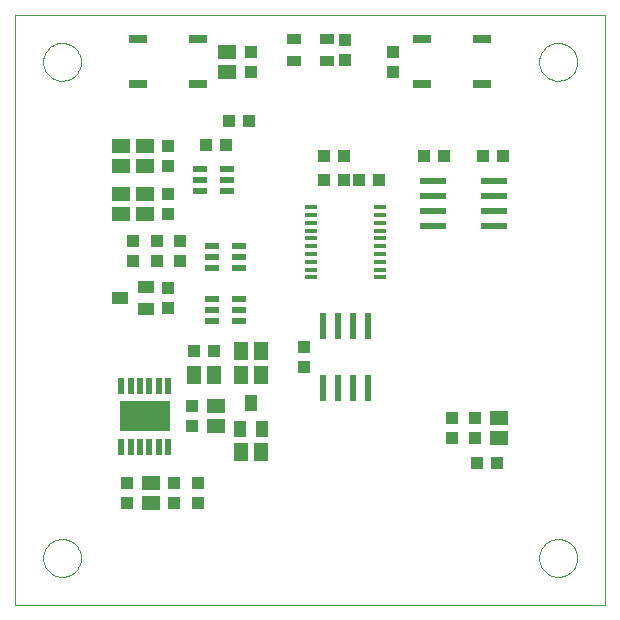
<source format=gtp>
G75*
%MOIN*%
%OFA0B0*%
%FSLAX24Y24*%
%IPPOS*%
%LPD*%
%AMOC8*
5,1,8,0,0,1.08239X$1,22.5*
%
%ADD10C,0.0000*%
%ADD11R,0.0394X0.0157*%
%ADD12R,0.0240X0.0870*%
%ADD13R,0.0866X0.0236*%
%ADD14R,0.0433X0.0394*%
%ADD15R,0.0394X0.0433*%
%ADD16R,0.0551X0.0394*%
%ADD17R,0.0591X0.0512*%
%ADD18R,0.0472X0.0236*%
%ADD19R,0.0600X0.0300*%
%ADD20R,0.0394X0.0551*%
%ADD21R,0.0512X0.0591*%
%ADD22R,0.0197X0.0551*%
%ADD23R,0.1654X0.0984*%
%ADD24R,0.0472X0.0354*%
D10*
X000198Y000198D02*
X000198Y019883D01*
X019883Y019883D01*
X019883Y000198D01*
X000198Y000198D01*
X001143Y001773D02*
X001145Y001823D01*
X001151Y001873D01*
X001161Y001922D01*
X001175Y001970D01*
X001192Y002017D01*
X001213Y002062D01*
X001238Y002106D01*
X001266Y002147D01*
X001298Y002186D01*
X001332Y002223D01*
X001369Y002257D01*
X001409Y002287D01*
X001451Y002314D01*
X001495Y002338D01*
X001541Y002359D01*
X001588Y002375D01*
X001636Y002388D01*
X001686Y002397D01*
X001735Y002402D01*
X001786Y002403D01*
X001836Y002400D01*
X001885Y002393D01*
X001934Y002382D01*
X001982Y002367D01*
X002028Y002349D01*
X002073Y002327D01*
X002116Y002301D01*
X002157Y002272D01*
X002196Y002240D01*
X002232Y002205D01*
X002264Y002167D01*
X002294Y002127D01*
X002321Y002084D01*
X002344Y002040D01*
X002363Y001994D01*
X002379Y001946D01*
X002391Y001897D01*
X002399Y001848D01*
X002403Y001798D01*
X002403Y001748D01*
X002399Y001698D01*
X002391Y001649D01*
X002379Y001600D01*
X002363Y001552D01*
X002344Y001506D01*
X002321Y001462D01*
X002294Y001419D01*
X002264Y001379D01*
X002232Y001341D01*
X002196Y001306D01*
X002157Y001274D01*
X002116Y001245D01*
X002073Y001219D01*
X002028Y001197D01*
X001982Y001179D01*
X001934Y001164D01*
X001885Y001153D01*
X001836Y001146D01*
X001786Y001143D01*
X001735Y001144D01*
X001686Y001149D01*
X001636Y001158D01*
X001588Y001171D01*
X001541Y001187D01*
X001495Y001208D01*
X001451Y001232D01*
X001409Y001259D01*
X001369Y001289D01*
X001332Y001323D01*
X001298Y001360D01*
X001266Y001399D01*
X001238Y001440D01*
X001213Y001484D01*
X001192Y001529D01*
X001175Y001576D01*
X001161Y001624D01*
X001151Y001673D01*
X001145Y001723D01*
X001143Y001773D01*
X001143Y018309D02*
X001145Y018359D01*
X001151Y018409D01*
X001161Y018458D01*
X001175Y018506D01*
X001192Y018553D01*
X001213Y018598D01*
X001238Y018642D01*
X001266Y018683D01*
X001298Y018722D01*
X001332Y018759D01*
X001369Y018793D01*
X001409Y018823D01*
X001451Y018850D01*
X001495Y018874D01*
X001541Y018895D01*
X001588Y018911D01*
X001636Y018924D01*
X001686Y018933D01*
X001735Y018938D01*
X001786Y018939D01*
X001836Y018936D01*
X001885Y018929D01*
X001934Y018918D01*
X001982Y018903D01*
X002028Y018885D01*
X002073Y018863D01*
X002116Y018837D01*
X002157Y018808D01*
X002196Y018776D01*
X002232Y018741D01*
X002264Y018703D01*
X002294Y018663D01*
X002321Y018620D01*
X002344Y018576D01*
X002363Y018530D01*
X002379Y018482D01*
X002391Y018433D01*
X002399Y018384D01*
X002403Y018334D01*
X002403Y018284D01*
X002399Y018234D01*
X002391Y018185D01*
X002379Y018136D01*
X002363Y018088D01*
X002344Y018042D01*
X002321Y017998D01*
X002294Y017955D01*
X002264Y017915D01*
X002232Y017877D01*
X002196Y017842D01*
X002157Y017810D01*
X002116Y017781D01*
X002073Y017755D01*
X002028Y017733D01*
X001982Y017715D01*
X001934Y017700D01*
X001885Y017689D01*
X001836Y017682D01*
X001786Y017679D01*
X001735Y017680D01*
X001686Y017685D01*
X001636Y017694D01*
X001588Y017707D01*
X001541Y017723D01*
X001495Y017744D01*
X001451Y017768D01*
X001409Y017795D01*
X001369Y017825D01*
X001332Y017859D01*
X001298Y017896D01*
X001266Y017935D01*
X001238Y017976D01*
X001213Y018020D01*
X001192Y018065D01*
X001175Y018112D01*
X001161Y018160D01*
X001151Y018209D01*
X001145Y018259D01*
X001143Y018309D01*
X017679Y018309D02*
X017681Y018359D01*
X017687Y018409D01*
X017697Y018458D01*
X017711Y018506D01*
X017728Y018553D01*
X017749Y018598D01*
X017774Y018642D01*
X017802Y018683D01*
X017834Y018722D01*
X017868Y018759D01*
X017905Y018793D01*
X017945Y018823D01*
X017987Y018850D01*
X018031Y018874D01*
X018077Y018895D01*
X018124Y018911D01*
X018172Y018924D01*
X018222Y018933D01*
X018271Y018938D01*
X018322Y018939D01*
X018372Y018936D01*
X018421Y018929D01*
X018470Y018918D01*
X018518Y018903D01*
X018564Y018885D01*
X018609Y018863D01*
X018652Y018837D01*
X018693Y018808D01*
X018732Y018776D01*
X018768Y018741D01*
X018800Y018703D01*
X018830Y018663D01*
X018857Y018620D01*
X018880Y018576D01*
X018899Y018530D01*
X018915Y018482D01*
X018927Y018433D01*
X018935Y018384D01*
X018939Y018334D01*
X018939Y018284D01*
X018935Y018234D01*
X018927Y018185D01*
X018915Y018136D01*
X018899Y018088D01*
X018880Y018042D01*
X018857Y017998D01*
X018830Y017955D01*
X018800Y017915D01*
X018768Y017877D01*
X018732Y017842D01*
X018693Y017810D01*
X018652Y017781D01*
X018609Y017755D01*
X018564Y017733D01*
X018518Y017715D01*
X018470Y017700D01*
X018421Y017689D01*
X018372Y017682D01*
X018322Y017679D01*
X018271Y017680D01*
X018222Y017685D01*
X018172Y017694D01*
X018124Y017707D01*
X018077Y017723D01*
X018031Y017744D01*
X017987Y017768D01*
X017945Y017795D01*
X017905Y017825D01*
X017868Y017859D01*
X017834Y017896D01*
X017802Y017935D01*
X017774Y017976D01*
X017749Y018020D01*
X017728Y018065D01*
X017711Y018112D01*
X017697Y018160D01*
X017687Y018209D01*
X017681Y018259D01*
X017679Y018309D01*
X017679Y001773D02*
X017681Y001823D01*
X017687Y001873D01*
X017697Y001922D01*
X017711Y001970D01*
X017728Y002017D01*
X017749Y002062D01*
X017774Y002106D01*
X017802Y002147D01*
X017834Y002186D01*
X017868Y002223D01*
X017905Y002257D01*
X017945Y002287D01*
X017987Y002314D01*
X018031Y002338D01*
X018077Y002359D01*
X018124Y002375D01*
X018172Y002388D01*
X018222Y002397D01*
X018271Y002402D01*
X018322Y002403D01*
X018372Y002400D01*
X018421Y002393D01*
X018470Y002382D01*
X018518Y002367D01*
X018564Y002349D01*
X018609Y002327D01*
X018652Y002301D01*
X018693Y002272D01*
X018732Y002240D01*
X018768Y002205D01*
X018800Y002167D01*
X018830Y002127D01*
X018857Y002084D01*
X018880Y002040D01*
X018899Y001994D01*
X018915Y001946D01*
X018927Y001897D01*
X018935Y001848D01*
X018939Y001798D01*
X018939Y001748D01*
X018935Y001698D01*
X018927Y001649D01*
X018915Y001600D01*
X018899Y001552D01*
X018880Y001506D01*
X018857Y001462D01*
X018830Y001419D01*
X018800Y001379D01*
X018768Y001341D01*
X018732Y001306D01*
X018693Y001274D01*
X018652Y001245D01*
X018609Y001219D01*
X018564Y001197D01*
X018518Y001179D01*
X018470Y001164D01*
X018421Y001153D01*
X018372Y001146D01*
X018322Y001143D01*
X018271Y001144D01*
X018222Y001149D01*
X018172Y001158D01*
X018124Y001171D01*
X018077Y001187D01*
X018031Y001208D01*
X017987Y001232D01*
X017945Y001259D01*
X017905Y001289D01*
X017868Y001323D01*
X017834Y001360D01*
X017802Y001399D01*
X017774Y001440D01*
X017749Y001484D01*
X017728Y001529D01*
X017711Y001576D01*
X017697Y001624D01*
X017687Y001673D01*
X017681Y001723D01*
X017679Y001773D01*
D11*
X012366Y011123D03*
X012366Y011383D03*
X012368Y011643D03*
X012366Y011903D03*
X012366Y012163D03*
X012366Y012423D03*
X012366Y012683D03*
X012366Y012943D03*
X012366Y013203D03*
X012366Y013463D03*
X010066Y013463D03*
X010066Y013203D03*
X010066Y012943D03*
X010066Y012683D03*
X010066Y012423D03*
X010066Y012163D03*
X010066Y011903D03*
X010063Y011643D03*
X010066Y011383D03*
X010066Y011123D03*
D12*
X010472Y009496D03*
X010972Y009496D03*
X011472Y009496D03*
X011972Y009496D03*
X011972Y007436D03*
X011472Y007436D03*
X010972Y007436D03*
X010472Y007436D03*
D13*
X014135Y012834D03*
X014135Y013334D03*
X014135Y013834D03*
X014135Y014334D03*
X016183Y014334D03*
X016183Y013834D03*
X016183Y013334D03*
X016183Y012834D03*
D14*
X016478Y015159D03*
X015809Y015159D03*
X014509Y015159D03*
X013840Y015159D03*
X012344Y014372D03*
X011675Y014372D03*
X011163Y014372D03*
X010494Y014372D03*
X010494Y015159D03*
X011163Y015159D03*
X012797Y017974D03*
X012797Y018643D03*
X011222Y018368D03*
X011222Y019037D03*
X008072Y018643D03*
X008072Y017974D03*
X008013Y016340D03*
X007344Y016340D03*
X007226Y015553D03*
X006557Y015553D03*
X004923Y012344D03*
X004923Y011675D03*
X004135Y011675D03*
X004135Y012344D03*
X005317Y010769D03*
X005317Y010100D03*
X006163Y008663D03*
X006832Y008663D03*
X006301Y004273D03*
X006301Y003604D03*
X003939Y003604D03*
X003939Y004273D03*
X014765Y005769D03*
X014765Y006439D03*
D15*
X015553Y006439D03*
X015553Y005769D03*
X015612Y004923D03*
X016281Y004923D03*
X009844Y008131D03*
X009844Y008801D03*
X006104Y006832D03*
X006104Y006163D03*
X005513Y004273D03*
X005513Y003604D03*
X005710Y011675D03*
X005710Y012344D03*
X005317Y013250D03*
X005317Y013919D03*
X005317Y014824D03*
X005317Y015494D03*
D16*
X004569Y010809D03*
X004569Y010061D03*
X003702Y010435D03*
D17*
X003742Y013250D03*
X003742Y013919D03*
X004529Y013919D03*
X004529Y013250D03*
X004529Y014824D03*
X004529Y015494D03*
X003742Y015494D03*
X003742Y014824D03*
X007285Y017974D03*
X007285Y018643D03*
X006891Y006832D03*
X006891Y006163D03*
X004726Y004273D03*
X004726Y003604D03*
X016340Y005769D03*
X016340Y006439D03*
D18*
X007679Y009667D03*
X007679Y010041D03*
X007679Y010415D03*
X006773Y010415D03*
X006773Y010041D03*
X006773Y009667D03*
X006773Y011439D03*
X006773Y011813D03*
X006773Y012187D03*
X007679Y012187D03*
X007679Y011813D03*
X007679Y011439D03*
X007285Y013998D03*
X007285Y014372D03*
X007285Y014746D03*
X006380Y014746D03*
X006380Y014372D03*
X006380Y013998D03*
D19*
X006317Y017559D03*
X006317Y019059D03*
X004317Y019059D03*
X004317Y017559D03*
X013765Y017559D03*
X013765Y019059D03*
X015765Y019059D03*
X015765Y017559D03*
D20*
X008072Y006931D03*
X007698Y006065D03*
X008446Y006065D03*
D21*
X008407Y005317D03*
X007738Y005317D03*
X007738Y007876D03*
X008407Y007876D03*
X008407Y008663D03*
X007738Y008663D03*
X006832Y007876D03*
X006163Y007876D03*
D22*
X005317Y007521D03*
X005002Y007521D03*
X004687Y007521D03*
X004372Y007521D03*
X004057Y007521D03*
X003742Y007521D03*
X003742Y005474D03*
X004057Y005474D03*
X004372Y005474D03*
X004687Y005474D03*
X005002Y005474D03*
X005317Y005474D03*
D23*
X004529Y006498D03*
D24*
X009490Y018348D03*
X009490Y019057D03*
X010592Y019057D03*
X010592Y018348D03*
M02*

</source>
